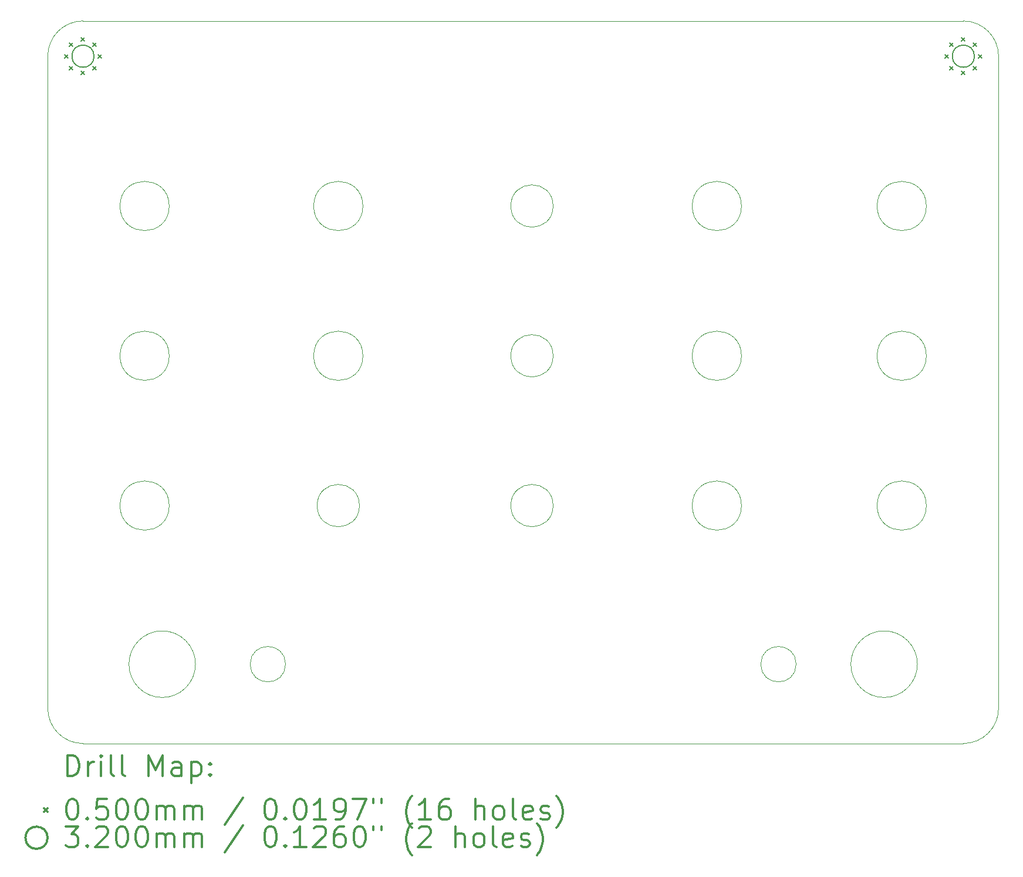
<source format=gbr>
%FSLAX45Y45*%
G04 Gerber Fmt 4.5, Leading zero omitted, Abs format (unit mm)*
G04 Created by KiCad (PCBNEW 5.1.12-84ad8e8a86~92~ubuntu20.04.1) date 2021-12-25 09:30:32*
%MOMM*%
%LPD*%
G01*
G04 APERTURE LIST*
%TA.AperFunction,Profile*%
%ADD10C,0.050000*%
%TD*%
%ADD11C,0.200000*%
%ADD12C,0.300000*%
G04 APERTURE END LIST*
D10*
X13398500Y-1016000D02*
G75*
G02*
X13906500Y-1524000I0J-508000D01*
G01*
X13906500Y-10922000D02*
G75*
G02*
X13398500Y-11430000I-508000J0D01*
G01*
X698500Y-11430000D02*
G75*
G02*
X190500Y-10922000I0J508000D01*
G01*
X190500Y-1524000D02*
G75*
G02*
X698500Y-1016000I508000J0D01*
G01*
X698500Y-1016000D02*
X13398500Y-1016000D01*
X190500Y-10922000D02*
X190500Y-1524000D01*
X13398500Y-11430000D02*
X698500Y-11430000D01*
X13906500Y-1524000D02*
X13906500Y-10922000D01*
X3620500Y-10287000D02*
G75*
G03*
X3620500Y-10287000I-255000J0D01*
G01*
X10986500Y-10287000D02*
G75*
G03*
X10986500Y-10287000I-255000J0D01*
G01*
X12735500Y-10287000D02*
G75*
G03*
X12735500Y-10287000I-480000J0D01*
G01*
X2321500Y-10287000D02*
G75*
G03*
X2321500Y-10287000I-480000J0D01*
G01*
X7480500Y-3683000D02*
G75*
G03*
X7480500Y-3683000I-305000J0D01*
G01*
X7480500Y-5842000D02*
G75*
G03*
X7480500Y-5842000I-305000J0D01*
G01*
X7480500Y-8001000D02*
G75*
G03*
X7480500Y-8001000I-305000J0D01*
G01*
X4686500Y-8001000D02*
G75*
G03*
X4686500Y-8001000I-305000J0D01*
G01*
X10197500Y-5842000D02*
G75*
G03*
X10197500Y-5842000I-355000J0D01*
G01*
X10197500Y-8001000D02*
G75*
G03*
X10197500Y-8001000I-355000J0D01*
G01*
X12864500Y-8001000D02*
G75*
G03*
X12864500Y-8001000I-355000J0D01*
G01*
X12864500Y-5842000D02*
G75*
G03*
X12864500Y-5842000I-355000J0D01*
G01*
X12864500Y-3683000D02*
G75*
G03*
X12864500Y-3683000I-355000J0D01*
G01*
X10197500Y-3683000D02*
G75*
G03*
X10197500Y-3683000I-355000J0D01*
G01*
X4736500Y-3683000D02*
G75*
G03*
X4736500Y-3683000I-355000J0D01*
G01*
X4736500Y-5842000D02*
G75*
G03*
X4736500Y-5842000I-355000J0D01*
G01*
X1942500Y-8001000D02*
G75*
G03*
X1942500Y-8001000I-355000J0D01*
G01*
X1942500Y-5842000D02*
G75*
G03*
X1942500Y-5842000I-355000J0D01*
G01*
X1942500Y-3683000D02*
G75*
G03*
X1942500Y-3683000I-355000J0D01*
G01*
D11*
X433500Y-1499000D02*
X483500Y-1549000D01*
X483500Y-1499000D02*
X433500Y-1549000D01*
X503794Y-1329294D02*
X553794Y-1379294D01*
X553794Y-1329294D02*
X503794Y-1379294D01*
X503794Y-1668706D02*
X553794Y-1718706D01*
X553794Y-1668706D02*
X503794Y-1718706D01*
X673500Y-1259000D02*
X723500Y-1309000D01*
X723500Y-1259000D02*
X673500Y-1309000D01*
X673500Y-1739000D02*
X723500Y-1789000D01*
X723500Y-1739000D02*
X673500Y-1789000D01*
X843206Y-1329294D02*
X893206Y-1379294D01*
X893206Y-1329294D02*
X843206Y-1379294D01*
X843206Y-1668706D02*
X893206Y-1718706D01*
X893206Y-1668706D02*
X843206Y-1718706D01*
X913500Y-1499000D02*
X963500Y-1549000D01*
X963500Y-1499000D02*
X913500Y-1549000D01*
X13133500Y-1499000D02*
X13183500Y-1549000D01*
X13183500Y-1499000D02*
X13133500Y-1549000D01*
X13203794Y-1329294D02*
X13253794Y-1379294D01*
X13253794Y-1329294D02*
X13203794Y-1379294D01*
X13203794Y-1668706D02*
X13253794Y-1718706D01*
X13253794Y-1668706D02*
X13203794Y-1718706D01*
X13373500Y-1259000D02*
X13423500Y-1309000D01*
X13423500Y-1259000D02*
X13373500Y-1309000D01*
X13373500Y-1739000D02*
X13423500Y-1789000D01*
X13423500Y-1739000D02*
X13373500Y-1789000D01*
X13543206Y-1329294D02*
X13593206Y-1379294D01*
X13593206Y-1329294D02*
X13543206Y-1379294D01*
X13543206Y-1668706D02*
X13593206Y-1718706D01*
X13593206Y-1668706D02*
X13543206Y-1718706D01*
X13613500Y-1499000D02*
X13663500Y-1549000D01*
X13663500Y-1499000D02*
X13613500Y-1549000D01*
X858500Y-1524000D02*
G75*
G03*
X858500Y-1524000I-160000J0D01*
G01*
X13558500Y-1524000D02*
G75*
G03*
X13558500Y-1524000I-160000J0D01*
G01*
D12*
X474428Y-11898214D02*
X474428Y-11598214D01*
X545857Y-11598214D01*
X588714Y-11612500D01*
X617286Y-11641071D01*
X631571Y-11669643D01*
X645857Y-11726786D01*
X645857Y-11769643D01*
X631571Y-11826786D01*
X617286Y-11855357D01*
X588714Y-11883929D01*
X545857Y-11898214D01*
X474428Y-11898214D01*
X774428Y-11898214D02*
X774428Y-11698214D01*
X774428Y-11755357D02*
X788714Y-11726786D01*
X803000Y-11712500D01*
X831571Y-11698214D01*
X860143Y-11698214D01*
X960143Y-11898214D02*
X960143Y-11698214D01*
X960143Y-11598214D02*
X945857Y-11612500D01*
X960143Y-11626786D01*
X974428Y-11612500D01*
X960143Y-11598214D01*
X960143Y-11626786D01*
X1145857Y-11898214D02*
X1117286Y-11883929D01*
X1103000Y-11855357D01*
X1103000Y-11598214D01*
X1303000Y-11898214D02*
X1274428Y-11883929D01*
X1260143Y-11855357D01*
X1260143Y-11598214D01*
X1645857Y-11898214D02*
X1645857Y-11598214D01*
X1745857Y-11812500D01*
X1845857Y-11598214D01*
X1845857Y-11898214D01*
X2117286Y-11898214D02*
X2117286Y-11741071D01*
X2103000Y-11712500D01*
X2074428Y-11698214D01*
X2017286Y-11698214D01*
X1988714Y-11712500D01*
X2117286Y-11883929D02*
X2088714Y-11898214D01*
X2017286Y-11898214D01*
X1988714Y-11883929D01*
X1974428Y-11855357D01*
X1974428Y-11826786D01*
X1988714Y-11798214D01*
X2017286Y-11783929D01*
X2088714Y-11783929D01*
X2117286Y-11769643D01*
X2260143Y-11698214D02*
X2260143Y-11998214D01*
X2260143Y-11712500D02*
X2288714Y-11698214D01*
X2345857Y-11698214D01*
X2374428Y-11712500D01*
X2388714Y-11726786D01*
X2403000Y-11755357D01*
X2403000Y-11841071D01*
X2388714Y-11869643D01*
X2374428Y-11883929D01*
X2345857Y-11898214D01*
X2288714Y-11898214D01*
X2260143Y-11883929D01*
X2531571Y-11869643D02*
X2545857Y-11883929D01*
X2531571Y-11898214D01*
X2517286Y-11883929D01*
X2531571Y-11869643D01*
X2531571Y-11898214D01*
X2531571Y-11712500D02*
X2545857Y-11726786D01*
X2531571Y-11741071D01*
X2517286Y-11726786D01*
X2531571Y-11712500D01*
X2531571Y-11741071D01*
X138000Y-12367500D02*
X188000Y-12417500D01*
X188000Y-12367500D02*
X138000Y-12417500D01*
X531571Y-12228214D02*
X560143Y-12228214D01*
X588714Y-12242500D01*
X603000Y-12256786D01*
X617286Y-12285357D01*
X631571Y-12342500D01*
X631571Y-12413929D01*
X617286Y-12471071D01*
X603000Y-12499643D01*
X588714Y-12513929D01*
X560143Y-12528214D01*
X531571Y-12528214D01*
X503000Y-12513929D01*
X488714Y-12499643D01*
X474428Y-12471071D01*
X460143Y-12413929D01*
X460143Y-12342500D01*
X474428Y-12285357D01*
X488714Y-12256786D01*
X503000Y-12242500D01*
X531571Y-12228214D01*
X760143Y-12499643D02*
X774428Y-12513929D01*
X760143Y-12528214D01*
X745857Y-12513929D01*
X760143Y-12499643D01*
X760143Y-12528214D01*
X1045857Y-12228214D02*
X903000Y-12228214D01*
X888714Y-12371071D01*
X903000Y-12356786D01*
X931571Y-12342500D01*
X1003000Y-12342500D01*
X1031571Y-12356786D01*
X1045857Y-12371071D01*
X1060143Y-12399643D01*
X1060143Y-12471071D01*
X1045857Y-12499643D01*
X1031571Y-12513929D01*
X1003000Y-12528214D01*
X931571Y-12528214D01*
X903000Y-12513929D01*
X888714Y-12499643D01*
X1245857Y-12228214D02*
X1274428Y-12228214D01*
X1303000Y-12242500D01*
X1317286Y-12256786D01*
X1331571Y-12285357D01*
X1345857Y-12342500D01*
X1345857Y-12413929D01*
X1331571Y-12471071D01*
X1317286Y-12499643D01*
X1303000Y-12513929D01*
X1274428Y-12528214D01*
X1245857Y-12528214D01*
X1217286Y-12513929D01*
X1203000Y-12499643D01*
X1188714Y-12471071D01*
X1174428Y-12413929D01*
X1174428Y-12342500D01*
X1188714Y-12285357D01*
X1203000Y-12256786D01*
X1217286Y-12242500D01*
X1245857Y-12228214D01*
X1531571Y-12228214D02*
X1560143Y-12228214D01*
X1588714Y-12242500D01*
X1603000Y-12256786D01*
X1617286Y-12285357D01*
X1631571Y-12342500D01*
X1631571Y-12413929D01*
X1617286Y-12471071D01*
X1603000Y-12499643D01*
X1588714Y-12513929D01*
X1560143Y-12528214D01*
X1531571Y-12528214D01*
X1503000Y-12513929D01*
X1488714Y-12499643D01*
X1474428Y-12471071D01*
X1460143Y-12413929D01*
X1460143Y-12342500D01*
X1474428Y-12285357D01*
X1488714Y-12256786D01*
X1503000Y-12242500D01*
X1531571Y-12228214D01*
X1760143Y-12528214D02*
X1760143Y-12328214D01*
X1760143Y-12356786D02*
X1774428Y-12342500D01*
X1803000Y-12328214D01*
X1845857Y-12328214D01*
X1874428Y-12342500D01*
X1888714Y-12371071D01*
X1888714Y-12528214D01*
X1888714Y-12371071D02*
X1903000Y-12342500D01*
X1931571Y-12328214D01*
X1974428Y-12328214D01*
X2003000Y-12342500D01*
X2017286Y-12371071D01*
X2017286Y-12528214D01*
X2160143Y-12528214D02*
X2160143Y-12328214D01*
X2160143Y-12356786D02*
X2174428Y-12342500D01*
X2203000Y-12328214D01*
X2245857Y-12328214D01*
X2274428Y-12342500D01*
X2288714Y-12371071D01*
X2288714Y-12528214D01*
X2288714Y-12371071D02*
X2303000Y-12342500D01*
X2331571Y-12328214D01*
X2374428Y-12328214D01*
X2403000Y-12342500D01*
X2417286Y-12371071D01*
X2417286Y-12528214D01*
X3003000Y-12213929D02*
X2745857Y-12599643D01*
X3388714Y-12228214D02*
X3417286Y-12228214D01*
X3445857Y-12242500D01*
X3460143Y-12256786D01*
X3474428Y-12285357D01*
X3488714Y-12342500D01*
X3488714Y-12413929D01*
X3474428Y-12471071D01*
X3460143Y-12499643D01*
X3445857Y-12513929D01*
X3417286Y-12528214D01*
X3388714Y-12528214D01*
X3360143Y-12513929D01*
X3345857Y-12499643D01*
X3331571Y-12471071D01*
X3317286Y-12413929D01*
X3317286Y-12342500D01*
X3331571Y-12285357D01*
X3345857Y-12256786D01*
X3360143Y-12242500D01*
X3388714Y-12228214D01*
X3617286Y-12499643D02*
X3631571Y-12513929D01*
X3617286Y-12528214D01*
X3603000Y-12513929D01*
X3617286Y-12499643D01*
X3617286Y-12528214D01*
X3817286Y-12228214D02*
X3845857Y-12228214D01*
X3874428Y-12242500D01*
X3888714Y-12256786D01*
X3903000Y-12285357D01*
X3917286Y-12342500D01*
X3917286Y-12413929D01*
X3903000Y-12471071D01*
X3888714Y-12499643D01*
X3874428Y-12513929D01*
X3845857Y-12528214D01*
X3817286Y-12528214D01*
X3788714Y-12513929D01*
X3774428Y-12499643D01*
X3760143Y-12471071D01*
X3745857Y-12413929D01*
X3745857Y-12342500D01*
X3760143Y-12285357D01*
X3774428Y-12256786D01*
X3788714Y-12242500D01*
X3817286Y-12228214D01*
X4203000Y-12528214D02*
X4031571Y-12528214D01*
X4117286Y-12528214D02*
X4117286Y-12228214D01*
X4088714Y-12271071D01*
X4060143Y-12299643D01*
X4031571Y-12313929D01*
X4345857Y-12528214D02*
X4403000Y-12528214D01*
X4431571Y-12513929D01*
X4445857Y-12499643D01*
X4474428Y-12456786D01*
X4488714Y-12399643D01*
X4488714Y-12285357D01*
X4474428Y-12256786D01*
X4460143Y-12242500D01*
X4431571Y-12228214D01*
X4374428Y-12228214D01*
X4345857Y-12242500D01*
X4331571Y-12256786D01*
X4317286Y-12285357D01*
X4317286Y-12356786D01*
X4331571Y-12385357D01*
X4345857Y-12399643D01*
X4374428Y-12413929D01*
X4431571Y-12413929D01*
X4460143Y-12399643D01*
X4474428Y-12385357D01*
X4488714Y-12356786D01*
X4588714Y-12228214D02*
X4788714Y-12228214D01*
X4660143Y-12528214D01*
X4888714Y-12228214D02*
X4888714Y-12285357D01*
X5003000Y-12228214D02*
X5003000Y-12285357D01*
X5445857Y-12642500D02*
X5431571Y-12628214D01*
X5403000Y-12585357D01*
X5388714Y-12556786D01*
X5374428Y-12513929D01*
X5360143Y-12442500D01*
X5360143Y-12385357D01*
X5374428Y-12313929D01*
X5388714Y-12271071D01*
X5403000Y-12242500D01*
X5431571Y-12199643D01*
X5445857Y-12185357D01*
X5717286Y-12528214D02*
X5545857Y-12528214D01*
X5631571Y-12528214D02*
X5631571Y-12228214D01*
X5603000Y-12271071D01*
X5574428Y-12299643D01*
X5545857Y-12313929D01*
X5974428Y-12228214D02*
X5917286Y-12228214D01*
X5888714Y-12242500D01*
X5874428Y-12256786D01*
X5845857Y-12299643D01*
X5831571Y-12356786D01*
X5831571Y-12471071D01*
X5845857Y-12499643D01*
X5860143Y-12513929D01*
X5888714Y-12528214D01*
X5945857Y-12528214D01*
X5974428Y-12513929D01*
X5988714Y-12499643D01*
X6003000Y-12471071D01*
X6003000Y-12399643D01*
X5988714Y-12371071D01*
X5974428Y-12356786D01*
X5945857Y-12342500D01*
X5888714Y-12342500D01*
X5860143Y-12356786D01*
X5845857Y-12371071D01*
X5831571Y-12399643D01*
X6360143Y-12528214D02*
X6360143Y-12228214D01*
X6488714Y-12528214D02*
X6488714Y-12371071D01*
X6474428Y-12342500D01*
X6445857Y-12328214D01*
X6403000Y-12328214D01*
X6374428Y-12342500D01*
X6360143Y-12356786D01*
X6674428Y-12528214D02*
X6645857Y-12513929D01*
X6631571Y-12499643D01*
X6617286Y-12471071D01*
X6617286Y-12385357D01*
X6631571Y-12356786D01*
X6645857Y-12342500D01*
X6674428Y-12328214D01*
X6717286Y-12328214D01*
X6745857Y-12342500D01*
X6760143Y-12356786D01*
X6774428Y-12385357D01*
X6774428Y-12471071D01*
X6760143Y-12499643D01*
X6745857Y-12513929D01*
X6717286Y-12528214D01*
X6674428Y-12528214D01*
X6945857Y-12528214D02*
X6917286Y-12513929D01*
X6903000Y-12485357D01*
X6903000Y-12228214D01*
X7174428Y-12513929D02*
X7145857Y-12528214D01*
X7088714Y-12528214D01*
X7060143Y-12513929D01*
X7045857Y-12485357D01*
X7045857Y-12371071D01*
X7060143Y-12342500D01*
X7088714Y-12328214D01*
X7145857Y-12328214D01*
X7174428Y-12342500D01*
X7188714Y-12371071D01*
X7188714Y-12399643D01*
X7045857Y-12428214D01*
X7303000Y-12513929D02*
X7331571Y-12528214D01*
X7388714Y-12528214D01*
X7417286Y-12513929D01*
X7431571Y-12485357D01*
X7431571Y-12471071D01*
X7417286Y-12442500D01*
X7388714Y-12428214D01*
X7345857Y-12428214D01*
X7317286Y-12413929D01*
X7303000Y-12385357D01*
X7303000Y-12371071D01*
X7317286Y-12342500D01*
X7345857Y-12328214D01*
X7388714Y-12328214D01*
X7417286Y-12342500D01*
X7531571Y-12642500D02*
X7545857Y-12628214D01*
X7574428Y-12585357D01*
X7588714Y-12556786D01*
X7603000Y-12513929D01*
X7617286Y-12442500D01*
X7617286Y-12385357D01*
X7603000Y-12313929D01*
X7588714Y-12271071D01*
X7574428Y-12242500D01*
X7545857Y-12199643D01*
X7531571Y-12185357D01*
X188000Y-12788500D02*
G75*
G03*
X188000Y-12788500I-160000J0D01*
G01*
X445857Y-12624214D02*
X631571Y-12624214D01*
X531571Y-12738500D01*
X574428Y-12738500D01*
X603000Y-12752786D01*
X617286Y-12767071D01*
X631571Y-12795643D01*
X631571Y-12867071D01*
X617286Y-12895643D01*
X603000Y-12909929D01*
X574428Y-12924214D01*
X488714Y-12924214D01*
X460143Y-12909929D01*
X445857Y-12895643D01*
X760143Y-12895643D02*
X774428Y-12909929D01*
X760143Y-12924214D01*
X745857Y-12909929D01*
X760143Y-12895643D01*
X760143Y-12924214D01*
X888714Y-12652786D02*
X903000Y-12638500D01*
X931571Y-12624214D01*
X1003000Y-12624214D01*
X1031571Y-12638500D01*
X1045857Y-12652786D01*
X1060143Y-12681357D01*
X1060143Y-12709929D01*
X1045857Y-12752786D01*
X874428Y-12924214D01*
X1060143Y-12924214D01*
X1245857Y-12624214D02*
X1274428Y-12624214D01*
X1303000Y-12638500D01*
X1317286Y-12652786D01*
X1331571Y-12681357D01*
X1345857Y-12738500D01*
X1345857Y-12809929D01*
X1331571Y-12867071D01*
X1317286Y-12895643D01*
X1303000Y-12909929D01*
X1274428Y-12924214D01*
X1245857Y-12924214D01*
X1217286Y-12909929D01*
X1203000Y-12895643D01*
X1188714Y-12867071D01*
X1174428Y-12809929D01*
X1174428Y-12738500D01*
X1188714Y-12681357D01*
X1203000Y-12652786D01*
X1217286Y-12638500D01*
X1245857Y-12624214D01*
X1531571Y-12624214D02*
X1560143Y-12624214D01*
X1588714Y-12638500D01*
X1603000Y-12652786D01*
X1617286Y-12681357D01*
X1631571Y-12738500D01*
X1631571Y-12809929D01*
X1617286Y-12867071D01*
X1603000Y-12895643D01*
X1588714Y-12909929D01*
X1560143Y-12924214D01*
X1531571Y-12924214D01*
X1503000Y-12909929D01*
X1488714Y-12895643D01*
X1474428Y-12867071D01*
X1460143Y-12809929D01*
X1460143Y-12738500D01*
X1474428Y-12681357D01*
X1488714Y-12652786D01*
X1503000Y-12638500D01*
X1531571Y-12624214D01*
X1760143Y-12924214D02*
X1760143Y-12724214D01*
X1760143Y-12752786D02*
X1774428Y-12738500D01*
X1803000Y-12724214D01*
X1845857Y-12724214D01*
X1874428Y-12738500D01*
X1888714Y-12767071D01*
X1888714Y-12924214D01*
X1888714Y-12767071D02*
X1903000Y-12738500D01*
X1931571Y-12724214D01*
X1974428Y-12724214D01*
X2003000Y-12738500D01*
X2017286Y-12767071D01*
X2017286Y-12924214D01*
X2160143Y-12924214D02*
X2160143Y-12724214D01*
X2160143Y-12752786D02*
X2174428Y-12738500D01*
X2203000Y-12724214D01*
X2245857Y-12724214D01*
X2274428Y-12738500D01*
X2288714Y-12767071D01*
X2288714Y-12924214D01*
X2288714Y-12767071D02*
X2303000Y-12738500D01*
X2331571Y-12724214D01*
X2374428Y-12724214D01*
X2403000Y-12738500D01*
X2417286Y-12767071D01*
X2417286Y-12924214D01*
X3003000Y-12609929D02*
X2745857Y-12995643D01*
X3388714Y-12624214D02*
X3417286Y-12624214D01*
X3445857Y-12638500D01*
X3460143Y-12652786D01*
X3474428Y-12681357D01*
X3488714Y-12738500D01*
X3488714Y-12809929D01*
X3474428Y-12867071D01*
X3460143Y-12895643D01*
X3445857Y-12909929D01*
X3417286Y-12924214D01*
X3388714Y-12924214D01*
X3360143Y-12909929D01*
X3345857Y-12895643D01*
X3331571Y-12867071D01*
X3317286Y-12809929D01*
X3317286Y-12738500D01*
X3331571Y-12681357D01*
X3345857Y-12652786D01*
X3360143Y-12638500D01*
X3388714Y-12624214D01*
X3617286Y-12895643D02*
X3631571Y-12909929D01*
X3617286Y-12924214D01*
X3603000Y-12909929D01*
X3617286Y-12895643D01*
X3617286Y-12924214D01*
X3917286Y-12924214D02*
X3745857Y-12924214D01*
X3831571Y-12924214D02*
X3831571Y-12624214D01*
X3803000Y-12667071D01*
X3774428Y-12695643D01*
X3745857Y-12709929D01*
X4031571Y-12652786D02*
X4045857Y-12638500D01*
X4074428Y-12624214D01*
X4145857Y-12624214D01*
X4174428Y-12638500D01*
X4188714Y-12652786D01*
X4203000Y-12681357D01*
X4203000Y-12709929D01*
X4188714Y-12752786D01*
X4017286Y-12924214D01*
X4203000Y-12924214D01*
X4460143Y-12624214D02*
X4403000Y-12624214D01*
X4374428Y-12638500D01*
X4360143Y-12652786D01*
X4331571Y-12695643D01*
X4317286Y-12752786D01*
X4317286Y-12867071D01*
X4331571Y-12895643D01*
X4345857Y-12909929D01*
X4374428Y-12924214D01*
X4431571Y-12924214D01*
X4460143Y-12909929D01*
X4474428Y-12895643D01*
X4488714Y-12867071D01*
X4488714Y-12795643D01*
X4474428Y-12767071D01*
X4460143Y-12752786D01*
X4431571Y-12738500D01*
X4374428Y-12738500D01*
X4345857Y-12752786D01*
X4331571Y-12767071D01*
X4317286Y-12795643D01*
X4674428Y-12624214D02*
X4703000Y-12624214D01*
X4731571Y-12638500D01*
X4745857Y-12652786D01*
X4760143Y-12681357D01*
X4774428Y-12738500D01*
X4774428Y-12809929D01*
X4760143Y-12867071D01*
X4745857Y-12895643D01*
X4731571Y-12909929D01*
X4703000Y-12924214D01*
X4674428Y-12924214D01*
X4645857Y-12909929D01*
X4631571Y-12895643D01*
X4617286Y-12867071D01*
X4603000Y-12809929D01*
X4603000Y-12738500D01*
X4617286Y-12681357D01*
X4631571Y-12652786D01*
X4645857Y-12638500D01*
X4674428Y-12624214D01*
X4888714Y-12624214D02*
X4888714Y-12681357D01*
X5003000Y-12624214D02*
X5003000Y-12681357D01*
X5445857Y-13038500D02*
X5431571Y-13024214D01*
X5403000Y-12981357D01*
X5388714Y-12952786D01*
X5374428Y-12909929D01*
X5360143Y-12838500D01*
X5360143Y-12781357D01*
X5374428Y-12709929D01*
X5388714Y-12667071D01*
X5403000Y-12638500D01*
X5431571Y-12595643D01*
X5445857Y-12581357D01*
X5545857Y-12652786D02*
X5560143Y-12638500D01*
X5588714Y-12624214D01*
X5660143Y-12624214D01*
X5688714Y-12638500D01*
X5703000Y-12652786D01*
X5717286Y-12681357D01*
X5717286Y-12709929D01*
X5703000Y-12752786D01*
X5531571Y-12924214D01*
X5717286Y-12924214D01*
X6074428Y-12924214D02*
X6074428Y-12624214D01*
X6203000Y-12924214D02*
X6203000Y-12767071D01*
X6188714Y-12738500D01*
X6160143Y-12724214D01*
X6117286Y-12724214D01*
X6088714Y-12738500D01*
X6074428Y-12752786D01*
X6388714Y-12924214D02*
X6360143Y-12909929D01*
X6345857Y-12895643D01*
X6331571Y-12867071D01*
X6331571Y-12781357D01*
X6345857Y-12752786D01*
X6360143Y-12738500D01*
X6388714Y-12724214D01*
X6431571Y-12724214D01*
X6460143Y-12738500D01*
X6474428Y-12752786D01*
X6488714Y-12781357D01*
X6488714Y-12867071D01*
X6474428Y-12895643D01*
X6460143Y-12909929D01*
X6431571Y-12924214D01*
X6388714Y-12924214D01*
X6660143Y-12924214D02*
X6631571Y-12909929D01*
X6617286Y-12881357D01*
X6617286Y-12624214D01*
X6888714Y-12909929D02*
X6860143Y-12924214D01*
X6803000Y-12924214D01*
X6774428Y-12909929D01*
X6760143Y-12881357D01*
X6760143Y-12767071D01*
X6774428Y-12738500D01*
X6803000Y-12724214D01*
X6860143Y-12724214D01*
X6888714Y-12738500D01*
X6903000Y-12767071D01*
X6903000Y-12795643D01*
X6760143Y-12824214D01*
X7017286Y-12909929D02*
X7045857Y-12924214D01*
X7103000Y-12924214D01*
X7131571Y-12909929D01*
X7145857Y-12881357D01*
X7145857Y-12867071D01*
X7131571Y-12838500D01*
X7103000Y-12824214D01*
X7060143Y-12824214D01*
X7031571Y-12809929D01*
X7017286Y-12781357D01*
X7017286Y-12767071D01*
X7031571Y-12738500D01*
X7060143Y-12724214D01*
X7103000Y-12724214D01*
X7131571Y-12738500D01*
X7245857Y-13038500D02*
X7260143Y-13024214D01*
X7288714Y-12981357D01*
X7303000Y-12952786D01*
X7317286Y-12909929D01*
X7331571Y-12838500D01*
X7331571Y-12781357D01*
X7317286Y-12709929D01*
X7303000Y-12667071D01*
X7288714Y-12638500D01*
X7260143Y-12595643D01*
X7245857Y-12581357D01*
M02*

</source>
